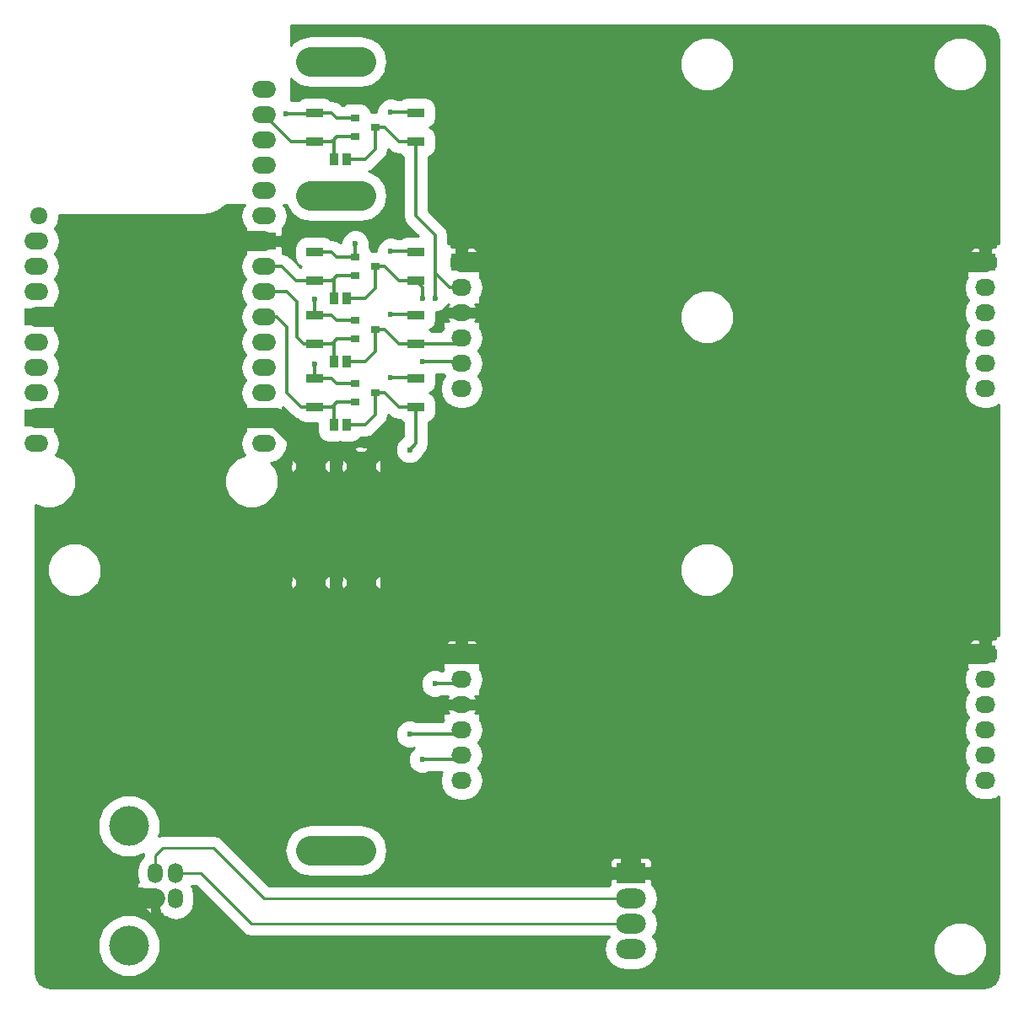
<source format=gtl>
G04 #@! TF.FileFunction,Copper,L1,Top,Signal*
%FSLAX46Y46*%
G04 Gerber Fmt 4.6, Leading zero omitted, Abs format (unit mm)*
G04 Created by KiCad (PCBNEW 4.0.4-stable) date 01/08/18 17:18:11*
%MOMM*%
%LPD*%
G01*
G04 APERTURE LIST*
%ADD10C,0.250000*%
%ADD11R,2.400000X1.700000*%
%ADD12O,2.400000X1.700000*%
%ADD13O,1.800000X1.700000*%
%ADD14O,2.032000X1.727200*%
%ADD15R,2.032000X1.727200*%
%ADD16C,2.800000*%
%ADD17R,0.900000X0.800000*%
%ADD18R,1.700000X0.900000*%
%ADD19R,0.970000X1.270000*%
%ADD20O,1.520000X2.000000*%
%ADD21C,4.000000*%
%ADD22O,3.000000X2.000000*%
%ADD23R,3.000000X2.000000*%
%ADD24C,0.600000*%
%ADD25C,3.000000*%
%ADD26C,0.300000*%
%ADD27C,2.000000*%
%ADD28C,0.254000*%
G04 APERTURE END LIST*
D10*
D11*
X97790000Y-104140000D03*
D12*
X97790000Y-101600000D03*
X97790000Y-99060000D03*
X97790000Y-96520000D03*
X97790000Y-93980000D03*
D13*
X75180000Y-83820000D03*
D12*
X97790000Y-91440000D03*
X74930000Y-86360000D03*
X97790000Y-88900000D03*
X74930000Y-88900000D03*
D11*
X97790000Y-86360000D03*
D12*
X74930000Y-91440000D03*
X97790000Y-83820000D03*
D11*
X74930000Y-93980000D03*
D12*
X97790000Y-81280000D03*
X74930000Y-96520000D03*
X97790000Y-78740000D03*
X74930000Y-99060000D03*
X97790000Y-76200000D03*
X74930000Y-101600000D03*
X97790000Y-73660000D03*
D11*
X74930000Y-104140000D03*
D12*
X97790000Y-71120000D03*
X74930000Y-106680000D03*
X97790000Y-106680000D03*
D14*
X117625000Y-101175000D03*
X117625000Y-98635000D03*
X117625000Y-96095000D03*
X117625000Y-93555000D03*
X117625000Y-91015000D03*
D15*
X117625000Y-88475000D03*
D16*
X102455980Y-68336160D03*
X107535980Y-68336160D03*
X102453440Y-81798160D03*
X107533440Y-81798160D03*
X102453440Y-108976160D03*
X107533440Y-108976160D03*
X102453440Y-120660160D03*
X107533440Y-120660160D03*
X102453440Y-147584160D03*
X107533440Y-147584160D03*
D14*
X117625000Y-140550000D03*
X117625000Y-138010000D03*
X117625000Y-135470000D03*
X117625000Y-132930000D03*
X117625000Y-130390000D03*
D15*
X117625000Y-127850000D03*
D14*
X170200000Y-101175000D03*
X170200000Y-98635000D03*
X170200000Y-96095000D03*
X170200000Y-93555000D03*
X170200000Y-91015000D03*
D15*
X170200000Y-88475000D03*
D14*
X170200000Y-140525000D03*
X170200000Y-137985000D03*
X170200000Y-135445000D03*
X170200000Y-132905000D03*
X170200000Y-130365000D03*
D15*
X170200000Y-127825000D03*
D17*
X106950000Y-100650000D03*
X106950000Y-102550000D03*
X108950000Y-101600000D03*
X106950000Y-94300000D03*
X106950000Y-96200000D03*
X108950000Y-95250000D03*
X106950000Y-87950000D03*
X106950000Y-89850000D03*
X108950000Y-88900000D03*
X106950000Y-73980000D03*
X106950000Y-75880000D03*
X108950000Y-74930000D03*
D18*
X102870000Y-100150000D03*
X102870000Y-103050000D03*
X102870000Y-93800000D03*
X102870000Y-96700000D03*
X102870000Y-87450000D03*
X102870000Y-90350000D03*
X102870000Y-73480000D03*
X102870000Y-76380000D03*
X113030000Y-100150000D03*
X113030000Y-103050000D03*
X113030000Y-93800000D03*
X113030000Y-96700000D03*
X113030000Y-87450000D03*
X113030000Y-90350000D03*
X113030000Y-73480000D03*
X113030000Y-76380000D03*
D19*
X104770000Y-98425000D03*
X106050000Y-98425000D03*
X104770000Y-92075000D03*
X106050000Y-92075000D03*
X104770000Y-104775000D03*
X106050000Y-104775000D03*
X104770000Y-78105000D03*
X106050000Y-78105000D03*
D20*
X88900000Y-149860000D03*
X88900000Y-152400000D03*
X86900000Y-152400000D03*
X86900000Y-149860000D03*
D21*
X84200000Y-145130000D03*
X84200000Y-157130000D03*
D22*
X134620000Y-157480000D03*
X134620000Y-154940000D03*
X134620000Y-152400000D03*
D23*
X134620000Y-149860000D03*
D24*
X110490000Y-73406000D03*
X110490000Y-100076000D03*
X110490000Y-93726000D03*
X110490000Y-87376000D03*
X113665000Y-98425000D03*
X113665000Y-138430000D03*
X113665000Y-92075000D03*
X114935000Y-130810000D03*
X114935000Y-92075000D03*
X106934000Y-86614000D03*
X102870000Y-98679000D03*
X102870000Y-92202000D03*
X99949000Y-73533000D03*
X112395000Y-135890000D03*
X112395000Y-107315000D03*
D25*
X102453440Y-147584160D02*
X107533440Y-147584160D01*
D26*
X113030000Y-73480000D02*
X112956000Y-73406000D01*
X112956000Y-73406000D02*
X110490000Y-73406000D01*
X113030000Y-100150000D02*
X112956000Y-100076000D01*
X112956000Y-100076000D02*
X110490000Y-100076000D01*
X113030000Y-93800000D02*
X112956000Y-93726000D01*
X112956000Y-93726000D02*
X110490000Y-93726000D01*
X113030000Y-87450000D02*
X112956000Y-87376000D01*
X112956000Y-87376000D02*
X110490000Y-87376000D01*
X113030000Y-73480000D02*
X112850000Y-73660000D01*
D25*
X102453440Y-81798160D02*
X107533440Y-81798160D01*
X102455980Y-68336160D02*
X107535980Y-68336160D01*
D27*
X86900000Y-152400000D02*
X80010000Y-152400000D01*
X85510000Y-127850000D02*
X104990000Y-127850000D01*
X77470000Y-135890000D02*
X85510000Y-127850000D01*
X77470000Y-149860000D02*
X77470000Y-135890000D01*
X80010000Y-152400000D02*
X77470000Y-149860000D01*
X134620000Y-127850000D02*
X134620000Y-149860000D01*
X154940000Y-88475000D02*
X154940000Y-127850000D01*
X154940000Y-127850000D02*
X154940000Y-127000000D01*
X154940000Y-127000000D02*
X154940000Y-127850000D01*
X117625000Y-88475000D02*
X154940000Y-88475000D01*
X154940000Y-88475000D02*
X170200000Y-88475000D01*
X121285000Y-127850000D02*
X134620000Y-127850000D01*
X134620000Y-127850000D02*
X154940000Y-127850000D01*
X154940000Y-127850000D02*
X170175000Y-127850000D01*
X170175000Y-127850000D02*
X170200000Y-127825000D01*
D26*
X117625000Y-88475000D02*
X119590000Y-88475000D01*
X120650000Y-89535000D02*
X120650000Y-92710000D01*
X119590000Y-88475000D02*
X120650000Y-89535000D01*
X117625000Y-132930000D02*
X119800000Y-132930000D01*
X121285000Y-131445000D02*
X121285000Y-127850000D01*
X119800000Y-132930000D02*
X121285000Y-131445000D01*
X117625000Y-93555000D02*
X119805000Y-93555000D01*
X119805000Y-93555000D02*
X120650000Y-92710000D01*
D27*
X97790000Y-104140000D02*
X99060000Y-104140000D01*
X102453440Y-107533440D02*
X102453440Y-108976160D01*
X99060000Y-104140000D02*
X102453440Y-107533440D01*
X92710000Y-104140000D02*
X92710000Y-113030000D01*
X95250000Y-115570000D02*
X102453440Y-115570000D01*
X92710000Y-113030000D02*
X95250000Y-115570000D01*
X85725000Y-90170000D02*
X85725000Y-104140000D01*
X74930000Y-104140000D02*
X85725000Y-104140000D01*
X85725000Y-104140000D02*
X92710000Y-104140000D01*
X92710000Y-104140000D02*
X97790000Y-104140000D01*
X74930000Y-93980000D02*
X81915000Y-93980000D01*
X89535000Y-86360000D02*
X97790000Y-86360000D01*
X81915000Y-93980000D02*
X85725000Y-90170000D01*
X85725000Y-90170000D02*
X89535000Y-86360000D01*
D25*
X107533440Y-108976160D02*
X107533440Y-120660160D01*
X102453440Y-108976160D02*
X102453440Y-115570000D01*
X102453440Y-115570000D02*
X102453440Y-120660160D01*
D27*
X102453440Y-120660160D02*
X102453440Y-125313440D01*
X104990000Y-127850000D02*
X111340000Y-127850000D01*
X102453440Y-125313440D02*
X104990000Y-127850000D01*
X117625000Y-127850000D02*
X121285000Y-127850000D01*
X117625000Y-127850000D02*
X111340000Y-127850000D01*
X107533440Y-124043440D02*
X107533440Y-120660160D01*
X111340000Y-127850000D02*
X107533440Y-124043440D01*
D26*
X117625000Y-132930000D02*
X117205000Y-133350000D01*
X108950000Y-88900000D02*
X108950000Y-91075000D01*
X107950000Y-92075000D02*
X106050000Y-92075000D01*
X108950000Y-91075000D02*
X107950000Y-92075000D01*
X117625000Y-98635000D02*
X117415000Y-98425000D01*
X117415000Y-98425000D02*
X113665000Y-98425000D01*
X113030000Y-90350000D02*
X113665000Y-90985000D01*
X113665000Y-138430000D02*
X117205000Y-138430000D01*
X113665000Y-90985000D02*
X113665000Y-92075000D01*
X117205000Y-138430000D02*
X117625000Y-138010000D01*
X117205000Y-138430000D02*
X117625000Y-138010000D01*
X117625000Y-138010000D02*
X117205000Y-138430000D01*
X108950000Y-88900000D02*
X109855000Y-88900000D01*
X109855000Y-88900000D02*
X111305000Y-90350000D01*
X111305000Y-90350000D02*
X113030000Y-90350000D01*
X108950000Y-74930000D02*
X108950000Y-77105000D01*
X107950000Y-78105000D02*
X106050000Y-78105000D01*
X108950000Y-77105000D02*
X107950000Y-78105000D01*
X114935000Y-89535000D02*
X114935000Y-92075000D01*
X114935000Y-130810000D02*
X117205000Y-130810000D01*
X117205000Y-130810000D02*
X117625000Y-130390000D01*
X113030000Y-76380000D02*
X113030000Y-83820000D01*
X116415000Y-91015000D02*
X117625000Y-91015000D01*
X114935000Y-89535000D02*
X116415000Y-91015000D01*
X114935000Y-85725000D02*
X114935000Y-89535000D01*
X113030000Y-83820000D02*
X114935000Y-85725000D01*
X108950000Y-74930000D02*
X109855000Y-74930000D01*
X111305000Y-76380000D02*
X113030000Y-76380000D01*
X109855000Y-74930000D02*
X111305000Y-76380000D01*
X106934000Y-87934000D02*
X106934000Y-86614000D01*
X106950000Y-87950000D02*
X106934000Y-87934000D01*
X102870000Y-100150000D02*
X102870000Y-98679000D01*
X102870000Y-93800000D02*
X102870000Y-92202000D01*
X102870000Y-73480000D02*
X102817000Y-73533000D01*
X102817000Y-73533000D02*
X99949000Y-73533000D01*
X102870000Y-73480000D02*
X104595000Y-73480000D01*
X104595000Y-73480000D02*
X105095000Y-73980000D01*
X105095000Y-73980000D02*
X106950000Y-73980000D01*
X102870000Y-100150000D02*
X104595000Y-100150000D01*
X105095000Y-100650000D02*
X106950000Y-100650000D01*
X104595000Y-100150000D02*
X105095000Y-100650000D01*
X102870000Y-93800000D02*
X104595000Y-93800000D01*
X105095000Y-94300000D02*
X106950000Y-94300000D01*
X104595000Y-93800000D02*
X105095000Y-94300000D01*
X102870000Y-87450000D02*
X104595000Y-87450000D01*
X105095000Y-87950000D02*
X106950000Y-87950000D01*
X104595000Y-87450000D02*
X105095000Y-87950000D01*
X104770000Y-92075000D02*
X104770000Y-90175000D01*
X104770000Y-90175000D02*
X104775000Y-90170000D01*
X104770000Y-92075000D02*
X104595000Y-92075000D01*
X97790000Y-88900000D02*
X99568000Y-88900000D01*
X101018000Y-90350000D02*
X102870000Y-90350000D01*
X99568000Y-88900000D02*
X101018000Y-90350000D01*
D10*
X102870000Y-90350000D02*
X102817000Y-90297000D01*
D26*
X102870000Y-90350000D02*
X104595000Y-90350000D01*
X104595000Y-90350000D02*
X104775000Y-90170000D01*
X105095000Y-89850000D02*
X106950000Y-89850000D01*
X104775000Y-90170000D02*
X105095000Y-89850000D01*
X104770000Y-78105000D02*
X104770000Y-76205000D01*
X104770000Y-76205000D02*
X104775000Y-76200000D01*
X102870000Y-76380000D02*
X103045000Y-76380000D01*
X102870000Y-76380000D02*
X100510000Y-76380000D01*
X100510000Y-76380000D02*
X97790000Y-73660000D01*
X102870000Y-76380000D02*
X104595000Y-76380000D01*
X104595000Y-76380000D02*
X104775000Y-76200000D01*
X105095000Y-75880000D02*
X106950000Y-75880000D01*
X104775000Y-76200000D02*
X105095000Y-75880000D01*
X108950000Y-95250000D02*
X108950000Y-97425000D01*
X107950000Y-98425000D02*
X106050000Y-98425000D01*
X108950000Y-97425000D02*
X107950000Y-98425000D01*
X113030000Y-96700000D02*
X117020000Y-96700000D01*
X117020000Y-96700000D02*
X117625000Y-96095000D01*
X108950000Y-95250000D02*
X109855000Y-95250000D01*
X111305000Y-96700000D02*
X113030000Y-96700000D01*
X109855000Y-95250000D02*
X111305000Y-96700000D01*
X108950000Y-101600000D02*
X108950000Y-103775000D01*
X107950000Y-104775000D02*
X106050000Y-104775000D01*
X108950000Y-103775000D02*
X107950000Y-104775000D01*
X113030000Y-103050000D02*
X113030000Y-106680000D01*
X112395000Y-135890000D02*
X117205000Y-135890000D01*
X113030000Y-106680000D02*
X112395000Y-107315000D01*
X117205000Y-135890000D02*
X117625000Y-135470000D01*
X108950000Y-101600000D02*
X109855000Y-101600000D01*
X111305000Y-103050000D02*
X113030000Y-103050000D01*
X109855000Y-101600000D02*
X111305000Y-103050000D01*
X104770000Y-98425000D02*
X104770000Y-96525000D01*
X104770000Y-96525000D02*
X104775000Y-96520000D01*
X97790000Y-91440000D02*
X100076000Y-91440000D01*
X101780000Y-96700000D02*
X102870000Y-96700000D01*
X101092000Y-96012000D02*
X101780000Y-96700000D01*
X101092000Y-92456000D02*
X101092000Y-96012000D01*
X100076000Y-91440000D02*
X101092000Y-92456000D01*
X102870000Y-96700000D02*
X104595000Y-96700000D01*
X105095000Y-96200000D02*
X106950000Y-96200000D01*
X104595000Y-96700000D02*
X104775000Y-96520000D01*
X104775000Y-96520000D02*
X105095000Y-96200000D01*
X104770000Y-104775000D02*
X104770000Y-102875000D01*
X104770000Y-102875000D02*
X104775000Y-102870000D01*
X97790000Y-93980000D02*
X99060000Y-93980000D01*
X101526000Y-103050000D02*
X102870000Y-103050000D01*
X100076000Y-101600000D02*
X101526000Y-103050000D01*
X100076000Y-94996000D02*
X100076000Y-101600000D01*
X99060000Y-93980000D02*
X100076000Y-94996000D01*
D10*
X102870000Y-103050000D02*
X102817000Y-102997000D01*
D26*
X102870000Y-103050000D02*
X104595000Y-103050000D01*
X105095000Y-102550000D02*
X106950000Y-102550000D01*
X104595000Y-103050000D02*
X104775000Y-102870000D01*
X104775000Y-102870000D02*
X105095000Y-102550000D01*
D10*
X88900000Y-149860000D02*
X91440000Y-149860000D01*
X96520000Y-154940000D02*
X134620000Y-154940000D01*
X91440000Y-149860000D02*
X96520000Y-154940000D01*
X86900000Y-149860000D02*
X86900000Y-148050000D01*
X97790000Y-152400000D02*
X134620000Y-152400000D01*
X92710000Y-147320000D02*
X97790000Y-152400000D01*
X87630000Y-147320000D02*
X92710000Y-147320000D01*
X86900000Y-148050000D02*
X87630000Y-147320000D01*
D28*
G36*
X170683019Y-64825605D02*
X171109457Y-65110543D01*
X171394395Y-65536981D01*
X171518000Y-66158388D01*
X171518000Y-86601998D01*
X171216000Y-86601998D01*
X171216000Y-86984400D01*
X170864750Y-86984400D01*
X170708000Y-87141150D01*
X170708000Y-88043200D01*
X171216000Y-88043200D01*
X171216000Y-88906800D01*
X170708000Y-88906800D01*
X170708000Y-89086782D01*
X170394384Y-89024400D01*
X170005616Y-89024400D01*
X169692000Y-89086782D01*
X169692000Y-88906800D01*
X168713750Y-88906800D01*
X168557000Y-89063550D01*
X168557000Y-89338600D01*
X168326998Y-89338600D01*
X168326998Y-89965600D01*
X168358729Y-89965600D01*
X168166541Y-90253230D01*
X168015016Y-91015000D01*
X168166541Y-91776770D01*
X168506130Y-92285000D01*
X168166541Y-92793230D01*
X168015016Y-93555000D01*
X168166541Y-94316770D01*
X168506130Y-94825000D01*
X168166541Y-95333230D01*
X168015016Y-96095000D01*
X168166541Y-96856770D01*
X168506130Y-97365000D01*
X168166541Y-97873230D01*
X168015016Y-98635000D01*
X168166541Y-99396770D01*
X168506130Y-99905000D01*
X168166541Y-100413230D01*
X168015016Y-101175000D01*
X168166541Y-101936770D01*
X168598049Y-102582567D01*
X169243846Y-103014075D01*
X170005616Y-103165600D01*
X170394384Y-103165600D01*
X171156154Y-103014075D01*
X171518000Y-102772297D01*
X171518000Y-125951998D01*
X171216000Y-125951998D01*
X171216000Y-126334400D01*
X170864750Y-126334400D01*
X170708000Y-126491150D01*
X170708000Y-127393200D01*
X171216000Y-127393200D01*
X171216000Y-128256800D01*
X170708000Y-128256800D01*
X170708000Y-128436782D01*
X170394384Y-128374400D01*
X170005616Y-128374400D01*
X169692000Y-128436782D01*
X169692000Y-128256800D01*
X168713750Y-128256800D01*
X168557000Y-128413550D01*
X168557000Y-128688600D01*
X168326998Y-128688600D01*
X168326998Y-129315600D01*
X168358729Y-129315600D01*
X168166541Y-129603230D01*
X168015016Y-130365000D01*
X168166541Y-131126770D01*
X168506130Y-131635000D01*
X168166541Y-132143230D01*
X168015016Y-132905000D01*
X168166541Y-133666770D01*
X168506130Y-134175000D01*
X168166541Y-134683230D01*
X168015016Y-135445000D01*
X168166541Y-136206770D01*
X168506130Y-136715000D01*
X168166541Y-137223230D01*
X168015016Y-137985000D01*
X168166541Y-138746770D01*
X168506130Y-139255000D01*
X168166541Y-139763230D01*
X168015016Y-140525000D01*
X168166541Y-141286770D01*
X168598049Y-141932567D01*
X169243846Y-142364075D01*
X170005616Y-142515600D01*
X170394384Y-142515600D01*
X171156154Y-142364075D01*
X171518000Y-142122297D01*
X171518000Y-159901612D01*
X171394395Y-160523019D01*
X171109457Y-160949457D01*
X170683019Y-161234395D01*
X170061613Y-161358000D01*
X76318388Y-161358000D01*
X75696981Y-161234395D01*
X75270543Y-160949457D01*
X74985605Y-160523019D01*
X74862000Y-159901613D01*
X74862000Y-157749270D01*
X81072458Y-157749270D01*
X81547512Y-158898989D01*
X82426384Y-159779396D01*
X83575272Y-160256456D01*
X84819270Y-160257542D01*
X85968989Y-159782488D01*
X86849396Y-158903616D01*
X87326456Y-157754728D01*
X87327542Y-156510730D01*
X86852488Y-155361011D01*
X85973616Y-154480604D01*
X84824728Y-154003544D01*
X83580730Y-154002458D01*
X82431011Y-154477512D01*
X81550604Y-155356384D01*
X81073544Y-156505272D01*
X81072458Y-157749270D01*
X74862000Y-157749270D01*
X74862000Y-153106318D01*
X85617824Y-153106318D01*
X85893876Y-153561489D01*
X86316006Y-153898062D01*
X86520000Y-153810092D01*
X86520000Y-152900000D01*
X85717412Y-152900000D01*
X85617824Y-153106318D01*
X74862000Y-153106318D01*
X74862000Y-145749270D01*
X81072458Y-145749270D01*
X81547512Y-146898989D01*
X82426384Y-147779396D01*
X83575272Y-148256456D01*
X84819270Y-148257542D01*
X85677232Y-147903039D01*
X85648000Y-148050000D01*
X85648000Y-148189022D01*
X85565690Y-148244020D01*
X85156639Y-148856206D01*
X85013000Y-149578330D01*
X85013000Y-150141670D01*
X85138579Y-150773000D01*
X85026998Y-150773000D01*
X85026998Y-151400000D01*
X85514922Y-151400000D01*
X85565690Y-151475980D01*
X85696747Y-151563550D01*
X85617824Y-151693682D01*
X85717412Y-151900000D01*
X86253130Y-151900000D01*
X86900000Y-152028670D01*
X87036224Y-152001573D01*
X87013000Y-152118330D01*
X87013000Y-152681670D01*
X87156639Y-153403794D01*
X87280000Y-153588416D01*
X87280000Y-153810092D01*
X87483994Y-153898062D01*
X87485890Y-153896551D01*
X87565690Y-154015980D01*
X87660000Y-154078996D01*
X87660000Y-154273002D01*
X87950349Y-154273002D01*
X88177876Y-154425031D01*
X88900000Y-154568670D01*
X89622124Y-154425031D01*
X90234310Y-154015980D01*
X90643361Y-153403794D01*
X90787000Y-152681670D01*
X90787000Y-152118330D01*
X90643361Y-151396206D01*
X90465487Y-151130000D01*
X90477514Y-151112000D01*
X90921404Y-151112000D01*
X95634702Y-155825298D01*
X96040880Y-156096697D01*
X96120372Y-156112509D01*
X96520000Y-156192001D01*
X96520005Y-156192000D01*
X132396126Y-156192000D01*
X132408153Y-156210000D01*
X132103442Y-156666032D01*
X131941534Y-157480000D01*
X132103442Y-158293968D01*
X132564518Y-158984016D01*
X133254566Y-159445092D01*
X134068534Y-159607000D01*
X135171466Y-159607000D01*
X135985434Y-159445092D01*
X136675482Y-158984016D01*
X137136558Y-158293968D01*
X137191042Y-158020054D01*
X164912528Y-158020054D01*
X165326814Y-159022703D01*
X166093262Y-159790490D01*
X167095186Y-160206526D01*
X168180054Y-160207472D01*
X169182703Y-159793186D01*
X169950490Y-159026738D01*
X170366526Y-158024814D01*
X170367472Y-156939946D01*
X169953186Y-155937297D01*
X169186738Y-155169510D01*
X168184814Y-154753474D01*
X167099946Y-154752528D01*
X166097297Y-155166814D01*
X165329510Y-155933262D01*
X164913474Y-156935186D01*
X164912528Y-158020054D01*
X137191042Y-158020054D01*
X137298466Y-157480000D01*
X137136558Y-156666032D01*
X136831847Y-156210000D01*
X137136558Y-155753968D01*
X137298466Y-154940000D01*
X137136558Y-154126032D01*
X136831847Y-153670000D01*
X137136558Y-153213968D01*
X137298466Y-152400000D01*
X137136558Y-151586032D01*
X136742321Y-150996015D01*
X136747000Y-150984718D01*
X136747000Y-150516750D01*
X136590250Y-150360000D01*
X135608845Y-150360000D01*
X135171466Y-150273000D01*
X134068534Y-150273000D01*
X133631155Y-150360000D01*
X132649750Y-150360000D01*
X132493000Y-150516750D01*
X132493000Y-150984718D01*
X132497679Y-150996015D01*
X132396126Y-151148000D01*
X98308596Y-151148000D01*
X94744756Y-147584160D01*
X99826440Y-147584160D01*
X100026408Y-148589469D01*
X100595870Y-149441730D01*
X101448131Y-150011192D01*
X102453440Y-150211160D01*
X107533440Y-150211160D01*
X108538749Y-150011192D01*
X109391010Y-149441730D01*
X109863042Y-148735282D01*
X132493000Y-148735282D01*
X132493000Y-149203250D01*
X132649750Y-149360000D01*
X133870000Y-149360000D01*
X133870000Y-148389750D01*
X135370000Y-148389750D01*
X135370000Y-149360000D01*
X136590250Y-149360000D01*
X136747000Y-149203250D01*
X136747000Y-148735282D01*
X136651545Y-148504833D01*
X136475167Y-148328455D01*
X136244718Y-148233000D01*
X135526750Y-148233000D01*
X135370000Y-148389750D01*
X133870000Y-148389750D01*
X133713250Y-148233000D01*
X132995282Y-148233000D01*
X132764833Y-148328455D01*
X132588455Y-148504833D01*
X132493000Y-148735282D01*
X109863042Y-148735282D01*
X109960472Y-148589469D01*
X110160440Y-147584160D01*
X109960472Y-146578851D01*
X109391010Y-145726590D01*
X108538749Y-145157128D01*
X107533440Y-144957160D01*
X102453440Y-144957160D01*
X101448131Y-145157128D01*
X100595870Y-145726590D01*
X100026408Y-146578851D01*
X99826440Y-147584160D01*
X94744756Y-147584160D01*
X93595298Y-146434702D01*
X93189120Y-146163303D01*
X92710000Y-146068000D01*
X87630005Y-146068000D01*
X87630000Y-146067999D01*
X87230372Y-146147491D01*
X87157334Y-146162019D01*
X87326456Y-145754728D01*
X87327542Y-144510730D01*
X86852488Y-143361011D01*
X85973616Y-142480604D01*
X84824728Y-142003544D01*
X83580730Y-142002458D01*
X82431011Y-142477512D01*
X81550604Y-143356384D01*
X81073544Y-144505272D01*
X81072458Y-145749270D01*
X74862000Y-145749270D01*
X74862000Y-136172603D01*
X110967752Y-136172603D01*
X111184543Y-136697275D01*
X111585614Y-137099047D01*
X112109907Y-137316752D01*
X112677603Y-137317248D01*
X112817935Y-137259264D01*
X112455953Y-137620614D01*
X112238248Y-138144907D01*
X112237752Y-138712603D01*
X112454543Y-139237275D01*
X112855614Y-139639047D01*
X113379907Y-139856752D01*
X113947603Y-139857248D01*
X114311229Y-139707000D01*
X115645817Y-139707000D01*
X115591541Y-139788230D01*
X115440016Y-140550000D01*
X115591541Y-141311770D01*
X116023049Y-141957567D01*
X116668846Y-142389075D01*
X117430616Y-142540600D01*
X117819384Y-142540600D01*
X118581154Y-142389075D01*
X119226951Y-141957567D01*
X119658459Y-141311770D01*
X119809984Y-140550000D01*
X119658459Y-139788230D01*
X119318870Y-139280000D01*
X119658459Y-138771770D01*
X119809984Y-138010000D01*
X119658459Y-137248230D01*
X119318870Y-136740000D01*
X119658459Y-136231770D01*
X119809984Y-135470000D01*
X119658459Y-134708230D01*
X119466271Y-134420600D01*
X119498002Y-134420600D01*
X119498002Y-133793600D01*
X118955842Y-133793600D01*
X119118974Y-133579667D01*
X119039424Y-133361800D01*
X118133000Y-133361800D01*
X118133000Y-133541782D01*
X117819384Y-133479400D01*
X117430616Y-133479400D01*
X117117000Y-133541782D01*
X117117000Y-133361800D01*
X116210576Y-133361800D01*
X116131026Y-133579667D01*
X116294158Y-133793600D01*
X115751998Y-133793600D01*
X115751998Y-134420600D01*
X115783730Y-134420600D01*
X115655172Y-134613000D01*
X113040737Y-134613000D01*
X112680093Y-134463248D01*
X112112397Y-134462752D01*
X111587725Y-134679543D01*
X111185953Y-135080614D01*
X110968248Y-135604907D01*
X110967752Y-136172603D01*
X74862000Y-136172603D01*
X74862000Y-131092603D01*
X113507752Y-131092603D01*
X113724543Y-131617275D01*
X114125614Y-132019047D01*
X114649907Y-132236752D01*
X115217603Y-132237248D01*
X115581229Y-132087000D01*
X116278450Y-132087000D01*
X116131026Y-132280333D01*
X116210576Y-132498200D01*
X117117000Y-132498200D01*
X117117000Y-132318218D01*
X117430616Y-132380600D01*
X117819384Y-132380600D01*
X118133000Y-132318218D01*
X118133000Y-132498200D01*
X119039424Y-132498200D01*
X119118974Y-132280333D01*
X118955842Y-132066400D01*
X119498002Y-132066400D01*
X119498002Y-131439400D01*
X119466271Y-131439400D01*
X119658459Y-131151770D01*
X119809984Y-130390000D01*
X119658459Y-129628230D01*
X119466271Y-129340600D01*
X119498002Y-129340600D01*
X119498002Y-128713600D01*
X119268000Y-128713600D01*
X119268000Y-128438550D01*
X119111250Y-128281800D01*
X118133000Y-128281800D01*
X118133000Y-128461782D01*
X117819384Y-128399400D01*
X117430616Y-128399400D01*
X117117000Y-128461782D01*
X117117000Y-128281800D01*
X116138750Y-128281800D01*
X115982000Y-128438550D01*
X115982000Y-128713600D01*
X115751998Y-128713600D01*
X115751998Y-129340600D01*
X115783730Y-129340600D01*
X115655172Y-129533000D01*
X115580737Y-129533000D01*
X115220093Y-129383248D01*
X114652397Y-129382752D01*
X114127725Y-129599543D01*
X113725953Y-130000614D01*
X113508248Y-130524907D01*
X113507752Y-131092603D01*
X74862000Y-131092603D01*
X74862000Y-126861682D01*
X115982000Y-126861682D01*
X115982000Y-127261450D01*
X116138750Y-127418200D01*
X117117000Y-127418200D01*
X117117000Y-126516150D01*
X118133000Y-126516150D01*
X118133000Y-127418200D01*
X119111250Y-127418200D01*
X119268000Y-127261450D01*
X119268000Y-126861682D01*
X119257645Y-126836682D01*
X168557000Y-126836682D01*
X168557000Y-127236450D01*
X168713750Y-127393200D01*
X169692000Y-127393200D01*
X169692000Y-126491150D01*
X169535250Y-126334400D01*
X169059282Y-126334400D01*
X168828833Y-126429855D01*
X168652455Y-126606233D01*
X168557000Y-126836682D01*
X119257645Y-126836682D01*
X119172545Y-126631233D01*
X118996167Y-126454855D01*
X118765718Y-126359400D01*
X118289750Y-126359400D01*
X118133000Y-126516150D01*
X117117000Y-126516150D01*
X116960250Y-126359400D01*
X116484282Y-126359400D01*
X116253833Y-126454855D01*
X116077455Y-126631233D01*
X115982000Y-126861682D01*
X74862000Y-126861682D01*
X74862000Y-122411707D01*
X101691842Y-122411707D01*
X101876771Y-122644787D01*
X102680151Y-122714399D01*
X103030109Y-122644787D01*
X103215038Y-122411707D01*
X106771842Y-122411707D01*
X106956771Y-122644787D01*
X107760151Y-122714399D01*
X108110109Y-122644787D01*
X108295038Y-122411707D01*
X107533440Y-121650109D01*
X106771842Y-122411707D01*
X103215038Y-122411707D01*
X102453440Y-121650109D01*
X101691842Y-122411707D01*
X74862000Y-122411707D01*
X74862000Y-119920054D01*
X76012528Y-119920054D01*
X76426814Y-120922703D01*
X77193262Y-121690490D01*
X78195186Y-122106526D01*
X79280054Y-122107472D01*
X80282703Y-121693186D01*
X81050490Y-120926738D01*
X81067044Y-120886871D01*
X100399201Y-120886871D01*
X100468813Y-121236829D01*
X100701893Y-121421758D01*
X101463491Y-120660160D01*
X103443389Y-120660160D01*
X104204987Y-121421758D01*
X104438067Y-121236829D01*
X104468390Y-120886871D01*
X105479201Y-120886871D01*
X105548813Y-121236829D01*
X105781893Y-121421758D01*
X106543491Y-120660160D01*
X108523389Y-120660160D01*
X109284987Y-121421758D01*
X109518067Y-121236829D01*
X109587679Y-120433449D01*
X109518067Y-120083491D01*
X109312075Y-119920054D01*
X139512528Y-119920054D01*
X139926814Y-120922703D01*
X140693262Y-121690490D01*
X141695186Y-122106526D01*
X142780054Y-122107472D01*
X143782703Y-121693186D01*
X144550490Y-120926738D01*
X144966526Y-119924814D01*
X144967472Y-118839946D01*
X144553186Y-117837297D01*
X143786738Y-117069510D01*
X142784814Y-116653474D01*
X141699946Y-116652528D01*
X140697297Y-117066814D01*
X139929510Y-117833262D01*
X139513474Y-118835186D01*
X139512528Y-119920054D01*
X109312075Y-119920054D01*
X109284987Y-119898562D01*
X108523389Y-120660160D01*
X106543491Y-120660160D01*
X105781893Y-119898562D01*
X105548813Y-120083491D01*
X105479201Y-120886871D01*
X104468390Y-120886871D01*
X104507679Y-120433449D01*
X104438067Y-120083491D01*
X104204987Y-119898562D01*
X103443389Y-120660160D01*
X101463491Y-120660160D01*
X100701893Y-119898562D01*
X100468813Y-120083491D01*
X100399201Y-120886871D01*
X81067044Y-120886871D01*
X81466526Y-119924814D01*
X81467412Y-118908613D01*
X101691842Y-118908613D01*
X102453440Y-119670211D01*
X103215038Y-118908613D01*
X106771842Y-118908613D01*
X107533440Y-119670211D01*
X108295038Y-118908613D01*
X108110109Y-118675533D01*
X107306729Y-118605921D01*
X106956771Y-118675533D01*
X106771842Y-118908613D01*
X103215038Y-118908613D01*
X103030109Y-118675533D01*
X102226729Y-118605921D01*
X101876771Y-118675533D01*
X101691842Y-118908613D01*
X81467412Y-118908613D01*
X81467472Y-118839946D01*
X81053186Y-117837297D01*
X80286738Y-117069510D01*
X79284814Y-116653474D01*
X78199946Y-116652528D01*
X77197297Y-117066814D01*
X76429510Y-117833262D01*
X76013474Y-118835186D01*
X76012528Y-119920054D01*
X74862000Y-119920054D01*
X74862000Y-112887166D01*
X75655186Y-113216526D01*
X76740054Y-113217472D01*
X77742703Y-112803186D01*
X78510490Y-112036738D01*
X78926526Y-111034814D01*
X78926530Y-111030054D01*
X93792528Y-111030054D01*
X94206814Y-112032703D01*
X94973262Y-112800490D01*
X95975186Y-113216526D01*
X97060054Y-113217472D01*
X98062703Y-112803186D01*
X98830490Y-112036738D01*
X99246526Y-111034814D01*
X99246793Y-110727707D01*
X101691842Y-110727707D01*
X101876771Y-110960787D01*
X102680151Y-111030399D01*
X103030109Y-110960787D01*
X103215038Y-110727707D01*
X106771842Y-110727707D01*
X106956771Y-110960787D01*
X107760151Y-111030399D01*
X108110109Y-110960787D01*
X108295038Y-110727707D01*
X107533440Y-109966109D01*
X106771842Y-110727707D01*
X103215038Y-110727707D01*
X102453440Y-109966109D01*
X101691842Y-110727707D01*
X99246793Y-110727707D01*
X99247472Y-109949946D01*
X98938787Y-109202871D01*
X100399201Y-109202871D01*
X100468813Y-109552829D01*
X100701893Y-109737758D01*
X101463491Y-108976160D01*
X103443389Y-108976160D01*
X104204987Y-109737758D01*
X104438067Y-109552829D01*
X104468390Y-109202871D01*
X105479201Y-109202871D01*
X105548813Y-109552829D01*
X105781893Y-109737758D01*
X106543491Y-108976160D01*
X108523389Y-108976160D01*
X109284987Y-109737758D01*
X109518067Y-109552829D01*
X109587679Y-108749449D01*
X109518067Y-108399491D01*
X109284987Y-108214562D01*
X108523389Y-108976160D01*
X106543491Y-108976160D01*
X105781893Y-108214562D01*
X105548813Y-108399491D01*
X105479201Y-109202871D01*
X104468390Y-109202871D01*
X104507679Y-108749449D01*
X104438067Y-108399491D01*
X104204987Y-108214562D01*
X103443389Y-108976160D01*
X101463491Y-108976160D01*
X100701893Y-108214562D01*
X100468813Y-108399491D01*
X100399201Y-109202871D01*
X98938787Y-109202871D01*
X98833186Y-108947297D01*
X98484118Y-108597619D01*
X98942154Y-108506510D01*
X99583539Y-108077950D01*
X100012099Y-107436565D01*
X100054258Y-107224613D01*
X101691842Y-107224613D01*
X102453440Y-107986211D01*
X103215038Y-107224613D01*
X106771842Y-107224613D01*
X107533440Y-107986211D01*
X108295038Y-107224613D01*
X108110109Y-106991533D01*
X107306729Y-106921921D01*
X106956771Y-106991533D01*
X106771842Y-107224613D01*
X103215038Y-107224613D01*
X103030109Y-106991533D01*
X102226729Y-106921921D01*
X101876771Y-106991533D01*
X101691842Y-107224613D01*
X100054258Y-107224613D01*
X100162589Y-106680000D01*
X100012099Y-105923435D01*
X99663002Y-105400975D01*
X99663002Y-104990000D01*
X99617000Y-104990000D01*
X99617000Y-104721750D01*
X99460250Y-104565000D01*
X98390000Y-104565000D01*
X98390000Y-104743660D01*
X98185589Y-104703000D01*
X97394411Y-104703000D01*
X97190000Y-104743660D01*
X97190000Y-104565000D01*
X96119750Y-104565000D01*
X95963000Y-104721750D01*
X95963000Y-104990000D01*
X95916998Y-104990000D01*
X95916998Y-105400975D01*
X95567901Y-105923435D01*
X95417411Y-106680000D01*
X95567901Y-107436565D01*
X95827728Y-107825423D01*
X94977297Y-108176814D01*
X94209510Y-108943262D01*
X93793474Y-109945186D01*
X93792528Y-111030054D01*
X78926530Y-111030054D01*
X78927472Y-109949946D01*
X78513186Y-108947297D01*
X77746738Y-108179510D01*
X76892648Y-107824860D01*
X77152099Y-107436565D01*
X77302589Y-106680000D01*
X77152099Y-105923435D01*
X76803002Y-105400975D01*
X76803002Y-104990000D01*
X76757000Y-104990000D01*
X76757000Y-104721750D01*
X76600250Y-104565000D01*
X75530000Y-104565000D01*
X75530000Y-104743660D01*
X75325589Y-104703000D01*
X74862000Y-104703000D01*
X74862000Y-103577000D01*
X75325589Y-103577000D01*
X75530000Y-103536340D01*
X75530000Y-103715000D01*
X76600250Y-103715000D01*
X76757000Y-103558250D01*
X76757000Y-103290000D01*
X76803002Y-103290000D01*
X76803002Y-102879025D01*
X77152099Y-102356565D01*
X77302589Y-101600000D01*
X77152099Y-100843435D01*
X76809033Y-100330000D01*
X77152099Y-99816565D01*
X77302589Y-99060000D01*
X77152099Y-98303435D01*
X76809033Y-97790000D01*
X77152099Y-97276565D01*
X77302589Y-96520000D01*
X77152099Y-95763435D01*
X76803002Y-95240975D01*
X76803002Y-94830000D01*
X76757000Y-94830000D01*
X76757000Y-94561750D01*
X76600250Y-94405000D01*
X75530000Y-94405000D01*
X75530000Y-94583660D01*
X75325589Y-94543000D01*
X74862000Y-94543000D01*
X74862000Y-93417000D01*
X75325589Y-93417000D01*
X75530000Y-93376340D01*
X75530000Y-93555000D01*
X76600250Y-93555000D01*
X76757000Y-93398250D01*
X76757000Y-93130000D01*
X76803002Y-93130000D01*
X76803002Y-92719025D01*
X77152099Y-92196565D01*
X77302589Y-91440000D01*
X77152099Y-90683435D01*
X76809033Y-90170000D01*
X77152099Y-89656565D01*
X77302589Y-88900000D01*
X77152099Y-88143435D01*
X76809033Y-87630000D01*
X77152099Y-87116565D01*
X77302589Y-86360000D01*
X77152099Y-85603435D01*
X76781094Y-85048186D01*
X77096221Y-84576565D01*
X77246711Y-83820000D01*
X77233185Y-83752000D01*
X91440000Y-83752000D01*
X91556111Y-83728904D01*
X91674499Y-83728904D01*
X92646515Y-83535558D01*
X92973919Y-83399942D01*
X93079812Y-83356080D01*
X93903847Y-82805477D01*
X94032324Y-82677000D01*
X95826108Y-82677000D01*
X95567901Y-83063435D01*
X95417411Y-83820000D01*
X95567901Y-84576565D01*
X95916998Y-85099025D01*
X95916998Y-85510000D01*
X95963000Y-85510000D01*
X95963000Y-85778250D01*
X96119750Y-85935000D01*
X97190000Y-85935000D01*
X97190000Y-85756340D01*
X97394411Y-85797000D01*
X98185589Y-85797000D01*
X98390000Y-85756340D01*
X98390000Y-85935000D01*
X99460250Y-85935000D01*
X99617000Y-85778250D01*
X99617000Y-85510000D01*
X99663002Y-85510000D01*
X99663002Y-85099025D01*
X100012099Y-84576565D01*
X100162589Y-83820000D01*
X100012099Y-83063435D01*
X99753892Y-82677000D01*
X100001252Y-82677000D01*
X100026408Y-82803469D01*
X100595870Y-83655730D01*
X101448131Y-84225192D01*
X102453440Y-84425160D01*
X107533440Y-84425160D01*
X108538749Y-84225192D01*
X109391010Y-83655730D01*
X109960472Y-82803469D01*
X110160440Y-81798160D01*
X109960472Y-80792851D01*
X109391010Y-79940590D01*
X108538749Y-79371128D01*
X108271703Y-79318009D01*
X108438687Y-79284794D01*
X108852975Y-79007975D01*
X109852976Y-78007975D01*
X110129795Y-77593686D01*
X110226510Y-77107461D01*
X110402025Y-77282976D01*
X110650373Y-77448916D01*
X110816313Y-77559794D01*
X111305000Y-77657000D01*
X111394063Y-77657000D01*
X111732944Y-77888548D01*
X111753000Y-77892609D01*
X111753000Y-83820000D01*
X111850206Y-84308687D01*
X112029197Y-84576565D01*
X112127025Y-84722975D01*
X113254971Y-85850921D01*
X112180000Y-85850921D01*
X111762359Y-85929506D01*
X111498957Y-86099000D01*
X111135737Y-86099000D01*
X110775093Y-85949248D01*
X110207397Y-85948752D01*
X109682725Y-86165543D01*
X109280953Y-86566614D01*
X109063248Y-87090907D01*
X109063021Y-87350921D01*
X108511619Y-87350921D01*
X108470494Y-87132359D01*
X108344922Y-86937215D01*
X108360752Y-86899093D01*
X108361248Y-86331397D01*
X108144457Y-85806725D01*
X107743386Y-85404953D01*
X107219093Y-85187248D01*
X106651397Y-85186752D01*
X106126725Y-85403543D01*
X105724953Y-85804614D01*
X105507248Y-86328907D01*
X105507050Y-86556099D01*
X105497975Y-86547025D01*
X105279315Y-86400921D01*
X105083687Y-86270206D01*
X104595000Y-86173000D01*
X104505937Y-86173000D01*
X104167056Y-85941452D01*
X103720000Y-85850921D01*
X102020000Y-85850921D01*
X101602359Y-85929506D01*
X101218781Y-86176331D01*
X100961452Y-86552944D01*
X100870921Y-87000000D01*
X100870921Y-87900000D01*
X100949506Y-88317641D01*
X101196331Y-88701219D01*
X101489949Y-88901840D01*
X101420487Y-88946537D01*
X100470975Y-87997025D01*
X100383666Y-87938687D01*
X100056687Y-87720206D01*
X99679125Y-87645104D01*
X99663002Y-87620974D01*
X99663002Y-87210000D01*
X99617000Y-87210000D01*
X99617000Y-86941750D01*
X99460250Y-86785000D01*
X98390000Y-86785000D01*
X98390000Y-86963660D01*
X98185589Y-86923000D01*
X97394411Y-86923000D01*
X97190000Y-86963660D01*
X97190000Y-86785000D01*
X96119750Y-86785000D01*
X95963000Y-86941750D01*
X95963000Y-87210000D01*
X95916998Y-87210000D01*
X95916998Y-87620975D01*
X95567901Y-88143435D01*
X95417411Y-88900000D01*
X95567901Y-89656565D01*
X95910967Y-90170000D01*
X95567901Y-90683435D01*
X95417411Y-91440000D01*
X95567901Y-92196565D01*
X95910967Y-92710000D01*
X95567901Y-93223435D01*
X95417411Y-93980000D01*
X95567901Y-94736565D01*
X95910967Y-95250000D01*
X95567901Y-95763435D01*
X95417411Y-96520000D01*
X95567901Y-97276565D01*
X95910967Y-97790000D01*
X95567901Y-98303435D01*
X95417411Y-99060000D01*
X95567901Y-99816565D01*
X95910967Y-100330000D01*
X95567901Y-100843435D01*
X95417411Y-101600000D01*
X95567901Y-102356565D01*
X95916998Y-102879025D01*
X95916998Y-103290000D01*
X95963000Y-103290000D01*
X95963000Y-103558250D01*
X96119750Y-103715000D01*
X97190000Y-103715000D01*
X97190000Y-103536340D01*
X97394411Y-103577000D01*
X98185589Y-103577000D01*
X98390000Y-103536340D01*
X98390000Y-103715000D01*
X99460250Y-103715000D01*
X99617000Y-103558250D01*
X99617000Y-103290000D01*
X99663002Y-103290000D01*
X99663002Y-102992953D01*
X100623025Y-103952976D01*
X100871373Y-104118916D01*
X101037313Y-104229794D01*
X101166965Y-104255584D01*
X101196331Y-104301219D01*
X101572944Y-104558548D01*
X102020000Y-104649079D01*
X103135921Y-104649079D01*
X103135921Y-105410000D01*
X103214506Y-105827641D01*
X103461331Y-106211219D01*
X103837944Y-106468548D01*
X104285000Y-106559079D01*
X105255000Y-106559079D01*
X105415690Y-106528843D01*
X105565000Y-106559079D01*
X106535000Y-106559079D01*
X106952641Y-106480494D01*
X107336219Y-106233669D01*
X107460348Y-106052000D01*
X107950000Y-106052000D01*
X108438687Y-105954794D01*
X108852975Y-105677975D01*
X109852976Y-104677975D01*
X110129795Y-104263686D01*
X110226510Y-103777461D01*
X110402025Y-103952976D01*
X110650373Y-104118916D01*
X110816313Y-104229794D01*
X111305000Y-104327000D01*
X111394063Y-104327000D01*
X111732944Y-104558548D01*
X111753000Y-104562609D01*
X111753000Y-106036252D01*
X111587725Y-106104543D01*
X111185953Y-106505614D01*
X110968248Y-107029907D01*
X110967752Y-107597603D01*
X111184543Y-108122275D01*
X111585614Y-108524047D01*
X112109907Y-108741752D01*
X112677603Y-108742248D01*
X113202275Y-108525457D01*
X113604047Y-108124386D01*
X113754928Y-107761022D01*
X113932976Y-107582975D01*
X114209795Y-107168686D01*
X114307000Y-106680000D01*
X114307000Y-104564472D01*
X114681219Y-104323669D01*
X114938548Y-103947056D01*
X115029079Y-103500000D01*
X115029079Y-102600000D01*
X114950494Y-102182359D01*
X114703669Y-101798781D01*
X114410051Y-101598160D01*
X114681219Y-101423669D01*
X114938548Y-101047056D01*
X115029079Y-100600000D01*
X115029079Y-99702000D01*
X115795489Y-99702000D01*
X115931130Y-99905000D01*
X115591541Y-100413230D01*
X115440016Y-101175000D01*
X115591541Y-101936770D01*
X116023049Y-102582567D01*
X116668846Y-103014075D01*
X117430616Y-103165600D01*
X117819384Y-103165600D01*
X118581154Y-103014075D01*
X119226951Y-102582567D01*
X119658459Y-101936770D01*
X119809984Y-101175000D01*
X119658459Y-100413230D01*
X119318870Y-99905000D01*
X119658459Y-99396770D01*
X119809984Y-98635000D01*
X119658459Y-97873230D01*
X119318870Y-97365000D01*
X119658459Y-96856770D01*
X119809984Y-96095000D01*
X119658459Y-95333230D01*
X119466271Y-95045600D01*
X119498002Y-95045600D01*
X119498002Y-94520054D01*
X139512528Y-94520054D01*
X139926814Y-95522703D01*
X140693262Y-96290490D01*
X141695186Y-96706526D01*
X142780054Y-96707472D01*
X143782703Y-96293186D01*
X144550490Y-95526738D01*
X144966526Y-94524814D01*
X144967472Y-93439946D01*
X144553186Y-92437297D01*
X143786738Y-91669510D01*
X142784814Y-91253474D01*
X141699946Y-91252528D01*
X140697297Y-91666814D01*
X139929510Y-92433262D01*
X139513474Y-93435186D01*
X139512528Y-94520054D01*
X119498002Y-94520054D01*
X119498002Y-94418600D01*
X118955842Y-94418600D01*
X119118974Y-94204667D01*
X119039424Y-93986800D01*
X118133000Y-93986800D01*
X118133000Y-94166782D01*
X117819384Y-94104400D01*
X117430616Y-94104400D01*
X117117000Y-94166782D01*
X117117000Y-93986800D01*
X116210576Y-93986800D01*
X116131026Y-94204667D01*
X116294158Y-94418600D01*
X115751998Y-94418600D01*
X115751998Y-95045600D01*
X115783729Y-95045600D01*
X115591541Y-95333230D01*
X115573685Y-95423000D01*
X114665937Y-95423000D01*
X114410051Y-95248160D01*
X114681219Y-95073669D01*
X114938548Y-94697056D01*
X115029079Y-94250000D01*
X115029079Y-93502083D01*
X115217603Y-93502248D01*
X115742275Y-93285457D01*
X116144047Y-92884386D01*
X116224181Y-92691400D01*
X116294158Y-92691400D01*
X116131026Y-92905333D01*
X116210576Y-93123200D01*
X117117000Y-93123200D01*
X117117000Y-92943218D01*
X117430616Y-93005600D01*
X117819384Y-93005600D01*
X118133000Y-92943218D01*
X118133000Y-93123200D01*
X119039424Y-93123200D01*
X119118974Y-92905333D01*
X118955842Y-92691400D01*
X119498002Y-92691400D01*
X119498002Y-92064400D01*
X119466271Y-92064400D01*
X119658459Y-91776770D01*
X119809984Y-91015000D01*
X119658459Y-90253230D01*
X119466271Y-89965600D01*
X119498002Y-89965600D01*
X119498002Y-89338600D01*
X119268000Y-89338600D01*
X119268000Y-89063550D01*
X119111250Y-88906800D01*
X118133000Y-88906800D01*
X118133000Y-89086782D01*
X117819384Y-89024400D01*
X117430616Y-89024400D01*
X117117000Y-89086782D01*
X117117000Y-88906800D01*
X116609000Y-88906800D01*
X116609000Y-88043200D01*
X117117000Y-88043200D01*
X117117000Y-87141150D01*
X118133000Y-87141150D01*
X118133000Y-88043200D01*
X119111250Y-88043200D01*
X119268000Y-87886450D01*
X119268000Y-87486682D01*
X168557000Y-87486682D01*
X168557000Y-87886450D01*
X168713750Y-88043200D01*
X169692000Y-88043200D01*
X169692000Y-87141150D01*
X169535250Y-86984400D01*
X169059282Y-86984400D01*
X168828833Y-87079855D01*
X168652455Y-87256233D01*
X168557000Y-87486682D01*
X119268000Y-87486682D01*
X119172545Y-87256233D01*
X118996167Y-87079855D01*
X118765718Y-86984400D01*
X118289750Y-86984400D01*
X118133000Y-87141150D01*
X117117000Y-87141150D01*
X116960250Y-86984400D01*
X116609000Y-86984400D01*
X116609000Y-86601998D01*
X116212000Y-86601998D01*
X116212000Y-85725000D01*
X116114794Y-85236313D01*
X115837975Y-84822025D01*
X114307000Y-83291050D01*
X114307000Y-77894472D01*
X114681219Y-77653669D01*
X114938548Y-77277056D01*
X115029079Y-76830000D01*
X115029079Y-75930000D01*
X114950494Y-75512359D01*
X114703669Y-75128781D01*
X114410051Y-74928160D01*
X114681219Y-74753669D01*
X114938548Y-74377056D01*
X115029079Y-73930000D01*
X115029079Y-73030000D01*
X114950494Y-72612359D01*
X114703669Y-72228781D01*
X114327056Y-71971452D01*
X113880000Y-71880921D01*
X112180000Y-71880921D01*
X111762359Y-71959506D01*
X111498957Y-72129000D01*
X111135737Y-72129000D01*
X110775093Y-71979248D01*
X110207397Y-71978752D01*
X109682725Y-72195543D01*
X109280953Y-72596614D01*
X109063248Y-73120907D01*
X109063021Y-73380921D01*
X108511619Y-73380921D01*
X108470494Y-73162359D01*
X108223669Y-72778781D01*
X107847056Y-72521452D01*
X107400000Y-72430921D01*
X106500000Y-72430921D01*
X106082359Y-72509506D01*
X105781660Y-72703000D01*
X105623950Y-72703000D01*
X105497975Y-72577025D01*
X105207598Y-72383001D01*
X105083687Y-72300206D01*
X104595000Y-72203000D01*
X104505937Y-72203000D01*
X104167056Y-71971452D01*
X103720000Y-71880921D01*
X102020000Y-71880921D01*
X101602359Y-71959506D01*
X101218781Y-72206331D01*
X101184844Y-72256000D01*
X100594737Y-72256000D01*
X100457000Y-72198807D01*
X100457000Y-69982095D01*
X100598410Y-70193730D01*
X101450671Y-70763192D01*
X102455980Y-70963160D01*
X107535980Y-70963160D01*
X108541289Y-70763192D01*
X109393550Y-70193730D01*
X109963012Y-69341469D01*
X110007054Y-69120054D01*
X139512528Y-69120054D01*
X139926814Y-70122703D01*
X140693262Y-70890490D01*
X141695186Y-71306526D01*
X142780054Y-71307472D01*
X143782703Y-70893186D01*
X144550490Y-70126738D01*
X144966526Y-69124814D01*
X144966530Y-69120054D01*
X164912528Y-69120054D01*
X165326814Y-70122703D01*
X166093262Y-70890490D01*
X167095186Y-71306526D01*
X168180054Y-71307472D01*
X169182703Y-70893186D01*
X169950490Y-70126738D01*
X170366526Y-69124814D01*
X170367472Y-68039946D01*
X169953186Y-67037297D01*
X169186738Y-66269510D01*
X168184814Y-65853474D01*
X167099946Y-65852528D01*
X166097297Y-66266814D01*
X165329510Y-67033262D01*
X164913474Y-68035186D01*
X164912528Y-69120054D01*
X144966530Y-69120054D01*
X144967472Y-68039946D01*
X144553186Y-67037297D01*
X143786738Y-66269510D01*
X142784814Y-65853474D01*
X141699946Y-65852528D01*
X140697297Y-66266814D01*
X139929510Y-67033262D01*
X139513474Y-68035186D01*
X139512528Y-69120054D01*
X110007054Y-69120054D01*
X110162980Y-68336160D01*
X109963012Y-67330851D01*
X109393550Y-66478590D01*
X108541289Y-65909128D01*
X107535980Y-65709160D01*
X102455980Y-65709160D01*
X101450671Y-65909128D01*
X100598410Y-66478590D01*
X100457000Y-66690225D01*
X100457000Y-64702000D01*
X170061613Y-64702000D01*
X170683019Y-64825605D01*
X170683019Y-64825605D01*
G37*
X170683019Y-64825605D02*
X171109457Y-65110543D01*
X171394395Y-65536981D01*
X171518000Y-66158388D01*
X171518000Y-86601998D01*
X171216000Y-86601998D01*
X171216000Y-86984400D01*
X170864750Y-86984400D01*
X170708000Y-87141150D01*
X170708000Y-88043200D01*
X171216000Y-88043200D01*
X171216000Y-88906800D01*
X170708000Y-88906800D01*
X170708000Y-89086782D01*
X170394384Y-89024400D01*
X170005616Y-89024400D01*
X169692000Y-89086782D01*
X169692000Y-88906800D01*
X168713750Y-88906800D01*
X168557000Y-89063550D01*
X168557000Y-89338600D01*
X168326998Y-89338600D01*
X168326998Y-89965600D01*
X168358729Y-89965600D01*
X168166541Y-90253230D01*
X168015016Y-91015000D01*
X168166541Y-91776770D01*
X168506130Y-92285000D01*
X168166541Y-92793230D01*
X168015016Y-93555000D01*
X168166541Y-94316770D01*
X168506130Y-94825000D01*
X168166541Y-95333230D01*
X168015016Y-96095000D01*
X168166541Y-96856770D01*
X168506130Y-97365000D01*
X168166541Y-97873230D01*
X168015016Y-98635000D01*
X168166541Y-99396770D01*
X168506130Y-99905000D01*
X168166541Y-100413230D01*
X168015016Y-101175000D01*
X168166541Y-101936770D01*
X168598049Y-102582567D01*
X169243846Y-103014075D01*
X170005616Y-103165600D01*
X170394384Y-103165600D01*
X171156154Y-103014075D01*
X171518000Y-102772297D01*
X171518000Y-125951998D01*
X171216000Y-125951998D01*
X171216000Y-126334400D01*
X170864750Y-126334400D01*
X170708000Y-126491150D01*
X170708000Y-127393200D01*
X171216000Y-127393200D01*
X171216000Y-128256800D01*
X170708000Y-128256800D01*
X170708000Y-128436782D01*
X170394384Y-128374400D01*
X170005616Y-128374400D01*
X169692000Y-128436782D01*
X169692000Y-128256800D01*
X168713750Y-128256800D01*
X168557000Y-128413550D01*
X168557000Y-128688600D01*
X168326998Y-128688600D01*
X168326998Y-129315600D01*
X168358729Y-129315600D01*
X168166541Y-129603230D01*
X168015016Y-130365000D01*
X168166541Y-131126770D01*
X168506130Y-131635000D01*
X168166541Y-132143230D01*
X168015016Y-132905000D01*
X168166541Y-133666770D01*
X168506130Y-134175000D01*
X168166541Y-134683230D01*
X168015016Y-135445000D01*
X168166541Y-136206770D01*
X168506130Y-136715000D01*
X168166541Y-137223230D01*
X168015016Y-137985000D01*
X168166541Y-138746770D01*
X168506130Y-139255000D01*
X168166541Y-139763230D01*
X168015016Y-140525000D01*
X168166541Y-141286770D01*
X168598049Y-141932567D01*
X169243846Y-142364075D01*
X170005616Y-142515600D01*
X170394384Y-142515600D01*
X171156154Y-142364075D01*
X171518000Y-142122297D01*
X171518000Y-159901612D01*
X171394395Y-160523019D01*
X171109457Y-160949457D01*
X170683019Y-161234395D01*
X170061613Y-161358000D01*
X76318388Y-161358000D01*
X75696981Y-161234395D01*
X75270543Y-160949457D01*
X74985605Y-160523019D01*
X74862000Y-159901613D01*
X74862000Y-157749270D01*
X81072458Y-157749270D01*
X81547512Y-158898989D01*
X82426384Y-159779396D01*
X83575272Y-160256456D01*
X84819270Y-160257542D01*
X85968989Y-159782488D01*
X86849396Y-158903616D01*
X87326456Y-157754728D01*
X87327542Y-156510730D01*
X86852488Y-155361011D01*
X85973616Y-154480604D01*
X84824728Y-154003544D01*
X83580730Y-154002458D01*
X82431011Y-154477512D01*
X81550604Y-155356384D01*
X81073544Y-156505272D01*
X81072458Y-157749270D01*
X74862000Y-157749270D01*
X74862000Y-153106318D01*
X85617824Y-153106318D01*
X85893876Y-153561489D01*
X86316006Y-153898062D01*
X86520000Y-153810092D01*
X86520000Y-152900000D01*
X85717412Y-152900000D01*
X85617824Y-153106318D01*
X74862000Y-153106318D01*
X74862000Y-145749270D01*
X81072458Y-145749270D01*
X81547512Y-146898989D01*
X82426384Y-147779396D01*
X83575272Y-148256456D01*
X84819270Y-148257542D01*
X85677232Y-147903039D01*
X85648000Y-148050000D01*
X85648000Y-148189022D01*
X85565690Y-148244020D01*
X85156639Y-148856206D01*
X85013000Y-149578330D01*
X85013000Y-150141670D01*
X85138579Y-150773000D01*
X85026998Y-150773000D01*
X85026998Y-151400000D01*
X85514922Y-151400000D01*
X85565690Y-151475980D01*
X85696747Y-151563550D01*
X85617824Y-151693682D01*
X85717412Y-151900000D01*
X86253130Y-151900000D01*
X86900000Y-152028670D01*
X87036224Y-152001573D01*
X87013000Y-152118330D01*
X87013000Y-152681670D01*
X87156639Y-153403794D01*
X87280000Y-153588416D01*
X87280000Y-153810092D01*
X87483994Y-153898062D01*
X87485890Y-153896551D01*
X87565690Y-154015980D01*
X87660000Y-154078996D01*
X87660000Y-154273002D01*
X87950349Y-154273002D01*
X88177876Y-154425031D01*
X88900000Y-154568670D01*
X89622124Y-154425031D01*
X90234310Y-154015980D01*
X90643361Y-153403794D01*
X90787000Y-152681670D01*
X90787000Y-152118330D01*
X90643361Y-151396206D01*
X90465487Y-151130000D01*
X90477514Y-151112000D01*
X90921404Y-151112000D01*
X95634702Y-155825298D01*
X96040880Y-156096697D01*
X96120372Y-156112509D01*
X96520000Y-156192001D01*
X96520005Y-156192000D01*
X132396126Y-156192000D01*
X132408153Y-156210000D01*
X132103442Y-156666032D01*
X131941534Y-157480000D01*
X132103442Y-158293968D01*
X132564518Y-158984016D01*
X133254566Y-159445092D01*
X134068534Y-159607000D01*
X135171466Y-159607000D01*
X135985434Y-159445092D01*
X136675482Y-158984016D01*
X137136558Y-158293968D01*
X137191042Y-158020054D01*
X164912528Y-158020054D01*
X165326814Y-159022703D01*
X166093262Y-159790490D01*
X167095186Y-160206526D01*
X168180054Y-160207472D01*
X169182703Y-159793186D01*
X169950490Y-159026738D01*
X170366526Y-158024814D01*
X170367472Y-156939946D01*
X169953186Y-155937297D01*
X169186738Y-155169510D01*
X168184814Y-154753474D01*
X167099946Y-154752528D01*
X166097297Y-155166814D01*
X165329510Y-155933262D01*
X164913474Y-156935186D01*
X164912528Y-158020054D01*
X137191042Y-158020054D01*
X137298466Y-157480000D01*
X137136558Y-156666032D01*
X136831847Y-156210000D01*
X137136558Y-155753968D01*
X137298466Y-154940000D01*
X137136558Y-154126032D01*
X136831847Y-153670000D01*
X137136558Y-153213968D01*
X137298466Y-152400000D01*
X137136558Y-151586032D01*
X136742321Y-150996015D01*
X136747000Y-150984718D01*
X136747000Y-150516750D01*
X136590250Y-150360000D01*
X135608845Y-150360000D01*
X135171466Y-150273000D01*
X134068534Y-150273000D01*
X133631155Y-150360000D01*
X132649750Y-150360000D01*
X132493000Y-150516750D01*
X132493000Y-150984718D01*
X132497679Y-150996015D01*
X132396126Y-151148000D01*
X98308596Y-151148000D01*
X94744756Y-147584160D01*
X99826440Y-147584160D01*
X100026408Y-148589469D01*
X100595870Y-149441730D01*
X101448131Y-150011192D01*
X102453440Y-150211160D01*
X107533440Y-150211160D01*
X108538749Y-150011192D01*
X109391010Y-149441730D01*
X109863042Y-148735282D01*
X132493000Y-148735282D01*
X132493000Y-149203250D01*
X132649750Y-149360000D01*
X133870000Y-149360000D01*
X133870000Y-148389750D01*
X135370000Y-148389750D01*
X135370000Y-149360000D01*
X136590250Y-149360000D01*
X136747000Y-149203250D01*
X136747000Y-148735282D01*
X136651545Y-148504833D01*
X136475167Y-148328455D01*
X136244718Y-148233000D01*
X135526750Y-148233000D01*
X135370000Y-148389750D01*
X133870000Y-148389750D01*
X133713250Y-148233000D01*
X132995282Y-148233000D01*
X132764833Y-148328455D01*
X132588455Y-148504833D01*
X132493000Y-148735282D01*
X109863042Y-148735282D01*
X109960472Y-148589469D01*
X110160440Y-147584160D01*
X109960472Y-146578851D01*
X109391010Y-145726590D01*
X108538749Y-145157128D01*
X107533440Y-144957160D01*
X102453440Y-144957160D01*
X101448131Y-145157128D01*
X100595870Y-145726590D01*
X100026408Y-146578851D01*
X99826440Y-147584160D01*
X94744756Y-147584160D01*
X93595298Y-146434702D01*
X93189120Y-146163303D01*
X92710000Y-146068000D01*
X87630005Y-146068000D01*
X87630000Y-146067999D01*
X87230372Y-146147491D01*
X87157334Y-146162019D01*
X87326456Y-145754728D01*
X87327542Y-144510730D01*
X86852488Y-143361011D01*
X85973616Y-142480604D01*
X84824728Y-142003544D01*
X83580730Y-142002458D01*
X82431011Y-142477512D01*
X81550604Y-143356384D01*
X81073544Y-144505272D01*
X81072458Y-145749270D01*
X74862000Y-145749270D01*
X74862000Y-136172603D01*
X110967752Y-136172603D01*
X111184543Y-136697275D01*
X111585614Y-137099047D01*
X112109907Y-137316752D01*
X112677603Y-137317248D01*
X112817935Y-137259264D01*
X112455953Y-137620614D01*
X112238248Y-138144907D01*
X112237752Y-138712603D01*
X112454543Y-139237275D01*
X112855614Y-139639047D01*
X113379907Y-139856752D01*
X113947603Y-139857248D01*
X114311229Y-139707000D01*
X115645817Y-139707000D01*
X115591541Y-139788230D01*
X115440016Y-140550000D01*
X115591541Y-141311770D01*
X116023049Y-141957567D01*
X116668846Y-142389075D01*
X117430616Y-142540600D01*
X117819384Y-142540600D01*
X118581154Y-142389075D01*
X119226951Y-141957567D01*
X119658459Y-141311770D01*
X119809984Y-140550000D01*
X119658459Y-139788230D01*
X119318870Y-139280000D01*
X119658459Y-138771770D01*
X119809984Y-138010000D01*
X119658459Y-137248230D01*
X119318870Y-136740000D01*
X119658459Y-136231770D01*
X119809984Y-135470000D01*
X119658459Y-134708230D01*
X119466271Y-134420600D01*
X119498002Y-134420600D01*
X119498002Y-133793600D01*
X118955842Y-133793600D01*
X119118974Y-133579667D01*
X119039424Y-133361800D01*
X118133000Y-133361800D01*
X118133000Y-133541782D01*
X117819384Y-133479400D01*
X117430616Y-133479400D01*
X117117000Y-133541782D01*
X117117000Y-133361800D01*
X116210576Y-133361800D01*
X116131026Y-133579667D01*
X116294158Y-133793600D01*
X115751998Y-133793600D01*
X115751998Y-134420600D01*
X115783730Y-134420600D01*
X115655172Y-134613000D01*
X113040737Y-134613000D01*
X112680093Y-134463248D01*
X112112397Y-134462752D01*
X111587725Y-134679543D01*
X111185953Y-135080614D01*
X110968248Y-135604907D01*
X110967752Y-136172603D01*
X74862000Y-136172603D01*
X74862000Y-131092603D01*
X113507752Y-131092603D01*
X113724543Y-131617275D01*
X114125614Y-132019047D01*
X114649907Y-132236752D01*
X115217603Y-132237248D01*
X115581229Y-132087000D01*
X116278450Y-132087000D01*
X116131026Y-132280333D01*
X116210576Y-132498200D01*
X117117000Y-132498200D01*
X117117000Y-132318218D01*
X117430616Y-132380600D01*
X117819384Y-132380600D01*
X118133000Y-132318218D01*
X118133000Y-132498200D01*
X119039424Y-132498200D01*
X119118974Y-132280333D01*
X118955842Y-132066400D01*
X119498002Y-132066400D01*
X119498002Y-131439400D01*
X119466271Y-131439400D01*
X119658459Y-131151770D01*
X119809984Y-130390000D01*
X119658459Y-129628230D01*
X119466271Y-129340600D01*
X119498002Y-129340600D01*
X119498002Y-128713600D01*
X119268000Y-128713600D01*
X119268000Y-128438550D01*
X119111250Y-128281800D01*
X118133000Y-128281800D01*
X118133000Y-128461782D01*
X117819384Y-128399400D01*
X117430616Y-128399400D01*
X117117000Y-128461782D01*
X117117000Y-128281800D01*
X116138750Y-128281800D01*
X115982000Y-128438550D01*
X115982000Y-128713600D01*
X115751998Y-128713600D01*
X115751998Y-129340600D01*
X115783730Y-129340600D01*
X115655172Y-129533000D01*
X115580737Y-129533000D01*
X115220093Y-129383248D01*
X114652397Y-129382752D01*
X114127725Y-129599543D01*
X113725953Y-130000614D01*
X113508248Y-130524907D01*
X113507752Y-131092603D01*
X74862000Y-131092603D01*
X74862000Y-126861682D01*
X115982000Y-126861682D01*
X115982000Y-127261450D01*
X116138750Y-127418200D01*
X117117000Y-127418200D01*
X117117000Y-126516150D01*
X118133000Y-126516150D01*
X118133000Y-127418200D01*
X119111250Y-127418200D01*
X119268000Y-127261450D01*
X119268000Y-126861682D01*
X119257645Y-126836682D01*
X168557000Y-126836682D01*
X168557000Y-127236450D01*
X168713750Y-127393200D01*
X169692000Y-127393200D01*
X169692000Y-126491150D01*
X169535250Y-126334400D01*
X169059282Y-126334400D01*
X168828833Y-126429855D01*
X168652455Y-126606233D01*
X168557000Y-126836682D01*
X119257645Y-126836682D01*
X119172545Y-126631233D01*
X118996167Y-126454855D01*
X118765718Y-126359400D01*
X118289750Y-126359400D01*
X118133000Y-126516150D01*
X117117000Y-126516150D01*
X116960250Y-126359400D01*
X116484282Y-126359400D01*
X116253833Y-126454855D01*
X116077455Y-126631233D01*
X115982000Y-126861682D01*
X74862000Y-126861682D01*
X74862000Y-122411707D01*
X101691842Y-122411707D01*
X101876771Y-122644787D01*
X102680151Y-122714399D01*
X103030109Y-122644787D01*
X103215038Y-122411707D01*
X106771842Y-122411707D01*
X106956771Y-122644787D01*
X107760151Y-122714399D01*
X108110109Y-122644787D01*
X108295038Y-122411707D01*
X107533440Y-121650109D01*
X106771842Y-122411707D01*
X103215038Y-122411707D01*
X102453440Y-121650109D01*
X101691842Y-122411707D01*
X74862000Y-122411707D01*
X74862000Y-119920054D01*
X76012528Y-119920054D01*
X76426814Y-120922703D01*
X77193262Y-121690490D01*
X78195186Y-122106526D01*
X79280054Y-122107472D01*
X80282703Y-121693186D01*
X81050490Y-120926738D01*
X81067044Y-120886871D01*
X100399201Y-120886871D01*
X100468813Y-121236829D01*
X100701893Y-121421758D01*
X101463491Y-120660160D01*
X103443389Y-120660160D01*
X104204987Y-121421758D01*
X104438067Y-121236829D01*
X104468390Y-120886871D01*
X105479201Y-120886871D01*
X105548813Y-121236829D01*
X105781893Y-121421758D01*
X106543491Y-120660160D01*
X108523389Y-120660160D01*
X109284987Y-121421758D01*
X109518067Y-121236829D01*
X109587679Y-120433449D01*
X109518067Y-120083491D01*
X109312075Y-119920054D01*
X139512528Y-119920054D01*
X139926814Y-120922703D01*
X140693262Y-121690490D01*
X141695186Y-122106526D01*
X142780054Y-122107472D01*
X143782703Y-121693186D01*
X144550490Y-120926738D01*
X144966526Y-119924814D01*
X144967472Y-118839946D01*
X144553186Y-117837297D01*
X143786738Y-117069510D01*
X142784814Y-116653474D01*
X141699946Y-116652528D01*
X140697297Y-117066814D01*
X139929510Y-117833262D01*
X139513474Y-118835186D01*
X139512528Y-119920054D01*
X109312075Y-119920054D01*
X109284987Y-119898562D01*
X108523389Y-120660160D01*
X106543491Y-120660160D01*
X105781893Y-119898562D01*
X105548813Y-120083491D01*
X105479201Y-120886871D01*
X104468390Y-120886871D01*
X104507679Y-120433449D01*
X104438067Y-120083491D01*
X104204987Y-119898562D01*
X103443389Y-120660160D01*
X101463491Y-120660160D01*
X100701893Y-119898562D01*
X100468813Y-120083491D01*
X100399201Y-120886871D01*
X81067044Y-120886871D01*
X81466526Y-119924814D01*
X81467412Y-118908613D01*
X101691842Y-118908613D01*
X102453440Y-119670211D01*
X103215038Y-118908613D01*
X106771842Y-118908613D01*
X107533440Y-119670211D01*
X108295038Y-118908613D01*
X108110109Y-118675533D01*
X107306729Y-118605921D01*
X106956771Y-118675533D01*
X106771842Y-118908613D01*
X103215038Y-118908613D01*
X103030109Y-118675533D01*
X102226729Y-118605921D01*
X101876771Y-118675533D01*
X101691842Y-118908613D01*
X81467412Y-118908613D01*
X81467472Y-118839946D01*
X81053186Y-117837297D01*
X80286738Y-117069510D01*
X79284814Y-116653474D01*
X78199946Y-116652528D01*
X77197297Y-117066814D01*
X76429510Y-117833262D01*
X76013474Y-118835186D01*
X76012528Y-119920054D01*
X74862000Y-119920054D01*
X74862000Y-112887166D01*
X75655186Y-113216526D01*
X76740054Y-113217472D01*
X77742703Y-112803186D01*
X78510490Y-112036738D01*
X78926526Y-111034814D01*
X78926530Y-111030054D01*
X93792528Y-111030054D01*
X94206814Y-112032703D01*
X94973262Y-112800490D01*
X95975186Y-113216526D01*
X97060054Y-113217472D01*
X98062703Y-112803186D01*
X98830490Y-112036738D01*
X99246526Y-111034814D01*
X99246793Y-110727707D01*
X101691842Y-110727707D01*
X101876771Y-110960787D01*
X102680151Y-111030399D01*
X103030109Y-110960787D01*
X103215038Y-110727707D01*
X106771842Y-110727707D01*
X106956771Y-110960787D01*
X107760151Y-111030399D01*
X108110109Y-110960787D01*
X108295038Y-110727707D01*
X107533440Y-109966109D01*
X106771842Y-110727707D01*
X103215038Y-110727707D01*
X102453440Y-109966109D01*
X101691842Y-110727707D01*
X99246793Y-110727707D01*
X99247472Y-109949946D01*
X98938787Y-109202871D01*
X100399201Y-109202871D01*
X100468813Y-109552829D01*
X100701893Y-109737758D01*
X101463491Y-108976160D01*
X103443389Y-108976160D01*
X104204987Y-109737758D01*
X104438067Y-109552829D01*
X104468390Y-109202871D01*
X105479201Y-109202871D01*
X105548813Y-109552829D01*
X105781893Y-109737758D01*
X106543491Y-108976160D01*
X108523389Y-108976160D01*
X109284987Y-109737758D01*
X109518067Y-109552829D01*
X109587679Y-108749449D01*
X109518067Y-108399491D01*
X109284987Y-108214562D01*
X108523389Y-108976160D01*
X106543491Y-108976160D01*
X105781893Y-108214562D01*
X105548813Y-108399491D01*
X105479201Y-109202871D01*
X104468390Y-109202871D01*
X104507679Y-108749449D01*
X104438067Y-108399491D01*
X104204987Y-108214562D01*
X103443389Y-108976160D01*
X101463491Y-108976160D01*
X100701893Y-108214562D01*
X100468813Y-108399491D01*
X100399201Y-109202871D01*
X98938787Y-109202871D01*
X98833186Y-108947297D01*
X98484118Y-108597619D01*
X98942154Y-108506510D01*
X99583539Y-108077950D01*
X100012099Y-107436565D01*
X100054258Y-107224613D01*
X101691842Y-107224613D01*
X102453440Y-107986211D01*
X103215038Y-107224613D01*
X106771842Y-107224613D01*
X107533440Y-107986211D01*
X108295038Y-107224613D01*
X108110109Y-106991533D01*
X107306729Y-106921921D01*
X106956771Y-106991533D01*
X106771842Y-107224613D01*
X103215038Y-107224613D01*
X103030109Y-106991533D01*
X102226729Y-106921921D01*
X101876771Y-106991533D01*
X101691842Y-107224613D01*
X100054258Y-107224613D01*
X100162589Y-106680000D01*
X100012099Y-105923435D01*
X99663002Y-105400975D01*
X99663002Y-104990000D01*
X99617000Y-104990000D01*
X99617000Y-104721750D01*
X99460250Y-104565000D01*
X98390000Y-104565000D01*
X98390000Y-104743660D01*
X98185589Y-104703000D01*
X97394411Y-104703000D01*
X97190000Y-104743660D01*
X97190000Y-104565000D01*
X96119750Y-104565000D01*
X95963000Y-104721750D01*
X95963000Y-104990000D01*
X95916998Y-104990000D01*
X95916998Y-105400975D01*
X95567901Y-105923435D01*
X95417411Y-106680000D01*
X95567901Y-107436565D01*
X95827728Y-107825423D01*
X94977297Y-108176814D01*
X94209510Y-108943262D01*
X93793474Y-109945186D01*
X93792528Y-111030054D01*
X78926530Y-111030054D01*
X78927472Y-109949946D01*
X78513186Y-108947297D01*
X77746738Y-108179510D01*
X76892648Y-107824860D01*
X77152099Y-107436565D01*
X77302589Y-106680000D01*
X77152099Y-105923435D01*
X76803002Y-105400975D01*
X76803002Y-104990000D01*
X76757000Y-104990000D01*
X76757000Y-104721750D01*
X76600250Y-104565000D01*
X75530000Y-104565000D01*
X75530000Y-104743660D01*
X75325589Y-104703000D01*
X74862000Y-104703000D01*
X74862000Y-103577000D01*
X75325589Y-103577000D01*
X75530000Y-103536340D01*
X75530000Y-103715000D01*
X76600250Y-103715000D01*
X76757000Y-103558250D01*
X76757000Y-103290000D01*
X76803002Y-103290000D01*
X76803002Y-102879025D01*
X77152099Y-102356565D01*
X77302589Y-101600000D01*
X77152099Y-100843435D01*
X76809033Y-100330000D01*
X77152099Y-99816565D01*
X77302589Y-99060000D01*
X77152099Y-98303435D01*
X76809033Y-97790000D01*
X77152099Y-97276565D01*
X77302589Y-96520000D01*
X77152099Y-95763435D01*
X76803002Y-95240975D01*
X76803002Y-94830000D01*
X76757000Y-94830000D01*
X76757000Y-94561750D01*
X76600250Y-94405000D01*
X75530000Y-94405000D01*
X75530000Y-94583660D01*
X75325589Y-94543000D01*
X74862000Y-94543000D01*
X74862000Y-93417000D01*
X75325589Y-93417000D01*
X75530000Y-93376340D01*
X75530000Y-93555000D01*
X76600250Y-93555000D01*
X76757000Y-93398250D01*
X76757000Y-93130000D01*
X76803002Y-93130000D01*
X76803002Y-92719025D01*
X77152099Y-92196565D01*
X77302589Y-91440000D01*
X77152099Y-90683435D01*
X76809033Y-90170000D01*
X77152099Y-89656565D01*
X77302589Y-88900000D01*
X77152099Y-88143435D01*
X76809033Y-87630000D01*
X77152099Y-87116565D01*
X77302589Y-86360000D01*
X77152099Y-85603435D01*
X76781094Y-85048186D01*
X77096221Y-84576565D01*
X77246711Y-83820000D01*
X77233185Y-83752000D01*
X91440000Y-83752000D01*
X91556111Y-83728904D01*
X91674499Y-83728904D01*
X92646515Y-83535558D01*
X92973919Y-83399942D01*
X93079812Y-83356080D01*
X93903847Y-82805477D01*
X94032324Y-82677000D01*
X95826108Y-82677000D01*
X95567901Y-83063435D01*
X95417411Y-83820000D01*
X95567901Y-84576565D01*
X95916998Y-85099025D01*
X95916998Y-85510000D01*
X95963000Y-85510000D01*
X95963000Y-85778250D01*
X96119750Y-85935000D01*
X97190000Y-85935000D01*
X97190000Y-85756340D01*
X97394411Y-85797000D01*
X98185589Y-85797000D01*
X98390000Y-85756340D01*
X98390000Y-85935000D01*
X99460250Y-85935000D01*
X99617000Y-85778250D01*
X99617000Y-85510000D01*
X99663002Y-85510000D01*
X99663002Y-85099025D01*
X100012099Y-84576565D01*
X100162589Y-83820000D01*
X100012099Y-83063435D01*
X99753892Y-82677000D01*
X100001252Y-82677000D01*
X100026408Y-82803469D01*
X100595870Y-83655730D01*
X101448131Y-84225192D01*
X102453440Y-84425160D01*
X107533440Y-84425160D01*
X108538749Y-84225192D01*
X109391010Y-83655730D01*
X109960472Y-82803469D01*
X110160440Y-81798160D01*
X109960472Y-80792851D01*
X109391010Y-79940590D01*
X108538749Y-79371128D01*
X108271703Y-79318009D01*
X108438687Y-79284794D01*
X108852975Y-79007975D01*
X109852976Y-78007975D01*
X110129795Y-77593686D01*
X110226510Y-77107461D01*
X110402025Y-77282976D01*
X110650373Y-77448916D01*
X110816313Y-77559794D01*
X111305000Y-77657000D01*
X111394063Y-77657000D01*
X111732944Y-77888548D01*
X111753000Y-77892609D01*
X111753000Y-83820000D01*
X111850206Y-84308687D01*
X112029197Y-84576565D01*
X112127025Y-84722975D01*
X113254971Y-85850921D01*
X112180000Y-85850921D01*
X111762359Y-85929506D01*
X111498957Y-86099000D01*
X111135737Y-86099000D01*
X110775093Y-85949248D01*
X110207397Y-85948752D01*
X109682725Y-86165543D01*
X109280953Y-86566614D01*
X109063248Y-87090907D01*
X109063021Y-87350921D01*
X108511619Y-87350921D01*
X108470494Y-87132359D01*
X108344922Y-86937215D01*
X108360752Y-86899093D01*
X108361248Y-86331397D01*
X108144457Y-85806725D01*
X107743386Y-85404953D01*
X107219093Y-85187248D01*
X106651397Y-85186752D01*
X106126725Y-85403543D01*
X105724953Y-85804614D01*
X105507248Y-86328907D01*
X105507050Y-86556099D01*
X105497975Y-86547025D01*
X105279315Y-86400921D01*
X105083687Y-86270206D01*
X104595000Y-86173000D01*
X104505937Y-86173000D01*
X104167056Y-85941452D01*
X103720000Y-85850921D01*
X102020000Y-85850921D01*
X101602359Y-85929506D01*
X101218781Y-86176331D01*
X100961452Y-86552944D01*
X100870921Y-87000000D01*
X100870921Y-87900000D01*
X100949506Y-88317641D01*
X101196331Y-88701219D01*
X101489949Y-88901840D01*
X101420487Y-88946537D01*
X100470975Y-87997025D01*
X100383666Y-87938687D01*
X100056687Y-87720206D01*
X99679125Y-87645104D01*
X99663002Y-87620974D01*
X99663002Y-87210000D01*
X99617000Y-87210000D01*
X99617000Y-86941750D01*
X99460250Y-86785000D01*
X98390000Y-86785000D01*
X98390000Y-86963660D01*
X98185589Y-86923000D01*
X97394411Y-86923000D01*
X97190000Y-86963660D01*
X97190000Y-86785000D01*
X96119750Y-86785000D01*
X95963000Y-86941750D01*
X95963000Y-87210000D01*
X95916998Y-87210000D01*
X95916998Y-87620975D01*
X95567901Y-88143435D01*
X95417411Y-88900000D01*
X95567901Y-89656565D01*
X95910967Y-90170000D01*
X95567901Y-90683435D01*
X95417411Y-91440000D01*
X95567901Y-92196565D01*
X95910967Y-92710000D01*
X95567901Y-93223435D01*
X95417411Y-93980000D01*
X95567901Y-94736565D01*
X95910967Y-95250000D01*
X95567901Y-95763435D01*
X95417411Y-96520000D01*
X95567901Y-97276565D01*
X95910967Y-97790000D01*
X95567901Y-98303435D01*
X95417411Y-99060000D01*
X95567901Y-99816565D01*
X95910967Y-100330000D01*
X95567901Y-100843435D01*
X95417411Y-101600000D01*
X95567901Y-102356565D01*
X95916998Y-102879025D01*
X95916998Y-103290000D01*
X95963000Y-103290000D01*
X95963000Y-103558250D01*
X96119750Y-103715000D01*
X97190000Y-103715000D01*
X97190000Y-103536340D01*
X97394411Y-103577000D01*
X98185589Y-103577000D01*
X98390000Y-103536340D01*
X98390000Y-103715000D01*
X99460250Y-103715000D01*
X99617000Y-103558250D01*
X99617000Y-103290000D01*
X99663002Y-103290000D01*
X99663002Y-102992953D01*
X100623025Y-103952976D01*
X100871373Y-104118916D01*
X101037313Y-104229794D01*
X101166965Y-104255584D01*
X101196331Y-104301219D01*
X101572944Y-104558548D01*
X102020000Y-104649079D01*
X103135921Y-104649079D01*
X103135921Y-105410000D01*
X103214506Y-105827641D01*
X103461331Y-106211219D01*
X103837944Y-106468548D01*
X104285000Y-106559079D01*
X105255000Y-106559079D01*
X105415690Y-106528843D01*
X105565000Y-106559079D01*
X106535000Y-106559079D01*
X106952641Y-106480494D01*
X107336219Y-106233669D01*
X107460348Y-106052000D01*
X107950000Y-106052000D01*
X108438687Y-105954794D01*
X108852975Y-105677975D01*
X109852976Y-104677975D01*
X110129795Y-104263686D01*
X110226510Y-103777461D01*
X110402025Y-103952976D01*
X110650373Y-104118916D01*
X110816313Y-104229794D01*
X111305000Y-104327000D01*
X111394063Y-104327000D01*
X111732944Y-104558548D01*
X111753000Y-104562609D01*
X111753000Y-106036252D01*
X111587725Y-106104543D01*
X111185953Y-106505614D01*
X110968248Y-107029907D01*
X110967752Y-107597603D01*
X111184543Y-108122275D01*
X111585614Y-108524047D01*
X112109907Y-108741752D01*
X112677603Y-108742248D01*
X113202275Y-108525457D01*
X113604047Y-108124386D01*
X113754928Y-107761022D01*
X113932976Y-107582975D01*
X114209795Y-107168686D01*
X114307000Y-106680000D01*
X114307000Y-104564472D01*
X114681219Y-104323669D01*
X114938548Y-103947056D01*
X115029079Y-103500000D01*
X115029079Y-102600000D01*
X114950494Y-102182359D01*
X114703669Y-101798781D01*
X114410051Y-101598160D01*
X114681219Y-101423669D01*
X114938548Y-101047056D01*
X115029079Y-100600000D01*
X115029079Y-99702000D01*
X115795489Y-99702000D01*
X115931130Y-99905000D01*
X115591541Y-100413230D01*
X115440016Y-101175000D01*
X115591541Y-101936770D01*
X116023049Y-102582567D01*
X116668846Y-103014075D01*
X117430616Y-103165600D01*
X117819384Y-103165600D01*
X118581154Y-103014075D01*
X119226951Y-102582567D01*
X119658459Y-101936770D01*
X119809984Y-101175000D01*
X119658459Y-100413230D01*
X119318870Y-99905000D01*
X119658459Y-99396770D01*
X119809984Y-98635000D01*
X119658459Y-97873230D01*
X119318870Y-97365000D01*
X119658459Y-96856770D01*
X119809984Y-96095000D01*
X119658459Y-95333230D01*
X119466271Y-95045600D01*
X119498002Y-95045600D01*
X119498002Y-94520054D01*
X139512528Y-94520054D01*
X139926814Y-95522703D01*
X140693262Y-96290490D01*
X141695186Y-96706526D01*
X142780054Y-96707472D01*
X143782703Y-96293186D01*
X144550490Y-95526738D01*
X144966526Y-94524814D01*
X144967472Y-93439946D01*
X144553186Y-92437297D01*
X143786738Y-91669510D01*
X142784814Y-91253474D01*
X141699946Y-91252528D01*
X140697297Y-91666814D01*
X139929510Y-92433262D01*
X139513474Y-93435186D01*
X139512528Y-94520054D01*
X119498002Y-94520054D01*
X119498002Y-94418600D01*
X118955842Y-94418600D01*
X119118974Y-94204667D01*
X119039424Y-93986800D01*
X118133000Y-93986800D01*
X118133000Y-94166782D01*
X117819384Y-94104400D01*
X117430616Y-94104400D01*
X117117000Y-94166782D01*
X117117000Y-93986800D01*
X116210576Y-93986800D01*
X116131026Y-94204667D01*
X116294158Y-94418600D01*
X115751998Y-94418600D01*
X115751998Y-95045600D01*
X115783729Y-95045600D01*
X115591541Y-95333230D01*
X115573685Y-95423000D01*
X114665937Y-95423000D01*
X114410051Y-95248160D01*
X114681219Y-95073669D01*
X114938548Y-94697056D01*
X115029079Y-94250000D01*
X115029079Y-93502083D01*
X115217603Y-93502248D01*
X115742275Y-93285457D01*
X116144047Y-92884386D01*
X116224181Y-92691400D01*
X116294158Y-92691400D01*
X116131026Y-92905333D01*
X116210576Y-93123200D01*
X117117000Y-93123200D01*
X117117000Y-92943218D01*
X117430616Y-93005600D01*
X117819384Y-93005600D01*
X118133000Y-92943218D01*
X118133000Y-93123200D01*
X119039424Y-93123200D01*
X119118974Y-92905333D01*
X118955842Y-92691400D01*
X119498002Y-92691400D01*
X119498002Y-92064400D01*
X119466271Y-92064400D01*
X119658459Y-91776770D01*
X119809984Y-91015000D01*
X119658459Y-90253230D01*
X119466271Y-89965600D01*
X119498002Y-89965600D01*
X119498002Y-89338600D01*
X119268000Y-89338600D01*
X119268000Y-89063550D01*
X119111250Y-88906800D01*
X118133000Y-88906800D01*
X118133000Y-89086782D01*
X117819384Y-89024400D01*
X117430616Y-89024400D01*
X117117000Y-89086782D01*
X117117000Y-88906800D01*
X116609000Y-88906800D01*
X116609000Y-88043200D01*
X117117000Y-88043200D01*
X117117000Y-87141150D01*
X118133000Y-87141150D01*
X118133000Y-88043200D01*
X119111250Y-88043200D01*
X119268000Y-87886450D01*
X119268000Y-87486682D01*
X168557000Y-87486682D01*
X168557000Y-87886450D01*
X168713750Y-88043200D01*
X169692000Y-88043200D01*
X169692000Y-87141150D01*
X169535250Y-86984400D01*
X169059282Y-86984400D01*
X168828833Y-87079855D01*
X168652455Y-87256233D01*
X168557000Y-87486682D01*
X119268000Y-87486682D01*
X119172545Y-87256233D01*
X118996167Y-87079855D01*
X118765718Y-86984400D01*
X118289750Y-86984400D01*
X118133000Y-87141150D01*
X117117000Y-87141150D01*
X116960250Y-86984400D01*
X116609000Y-86984400D01*
X116609000Y-86601998D01*
X116212000Y-86601998D01*
X116212000Y-85725000D01*
X116114794Y-85236313D01*
X115837975Y-84822025D01*
X114307000Y-83291050D01*
X114307000Y-77894472D01*
X114681219Y-77653669D01*
X114938548Y-77277056D01*
X115029079Y-76830000D01*
X115029079Y-75930000D01*
X114950494Y-75512359D01*
X114703669Y-75128781D01*
X114410051Y-74928160D01*
X114681219Y-74753669D01*
X114938548Y-74377056D01*
X115029079Y-73930000D01*
X115029079Y-73030000D01*
X114950494Y-72612359D01*
X114703669Y-72228781D01*
X114327056Y-71971452D01*
X113880000Y-71880921D01*
X112180000Y-71880921D01*
X111762359Y-71959506D01*
X111498957Y-72129000D01*
X111135737Y-72129000D01*
X110775093Y-71979248D01*
X110207397Y-71978752D01*
X109682725Y-72195543D01*
X109280953Y-72596614D01*
X109063248Y-73120907D01*
X109063021Y-73380921D01*
X108511619Y-73380921D01*
X108470494Y-73162359D01*
X108223669Y-72778781D01*
X107847056Y-72521452D01*
X107400000Y-72430921D01*
X106500000Y-72430921D01*
X106082359Y-72509506D01*
X105781660Y-72703000D01*
X105623950Y-72703000D01*
X105497975Y-72577025D01*
X105207598Y-72383001D01*
X105083687Y-72300206D01*
X104595000Y-72203000D01*
X104505937Y-72203000D01*
X104167056Y-71971452D01*
X103720000Y-71880921D01*
X102020000Y-71880921D01*
X101602359Y-71959506D01*
X101218781Y-72206331D01*
X101184844Y-72256000D01*
X100594737Y-72256000D01*
X100457000Y-72198807D01*
X100457000Y-69982095D01*
X100598410Y-70193730D01*
X101450671Y-70763192D01*
X102455980Y-70963160D01*
X107535980Y-70963160D01*
X108541289Y-70763192D01*
X109393550Y-70193730D01*
X109963012Y-69341469D01*
X110007054Y-69120054D01*
X139512528Y-69120054D01*
X139926814Y-70122703D01*
X140693262Y-70890490D01*
X141695186Y-71306526D01*
X142780054Y-71307472D01*
X143782703Y-70893186D01*
X144550490Y-70126738D01*
X144966526Y-69124814D01*
X144966530Y-69120054D01*
X164912528Y-69120054D01*
X165326814Y-70122703D01*
X166093262Y-70890490D01*
X167095186Y-71306526D01*
X168180054Y-71307472D01*
X169182703Y-70893186D01*
X169950490Y-70126738D01*
X170366526Y-69124814D01*
X170367472Y-68039946D01*
X169953186Y-67037297D01*
X169186738Y-66269510D01*
X168184814Y-65853474D01*
X167099946Y-65852528D01*
X166097297Y-66266814D01*
X165329510Y-67033262D01*
X164913474Y-68035186D01*
X164912528Y-69120054D01*
X144966530Y-69120054D01*
X144967472Y-68039946D01*
X144553186Y-67037297D01*
X143786738Y-66269510D01*
X142784814Y-65853474D01*
X141699946Y-65852528D01*
X140697297Y-66266814D01*
X139929510Y-67033262D01*
X139513474Y-68035186D01*
X139512528Y-69120054D01*
X110007054Y-69120054D01*
X110162980Y-68336160D01*
X109963012Y-67330851D01*
X109393550Y-66478590D01*
X108541289Y-65909128D01*
X107535980Y-65709160D01*
X102455980Y-65709160D01*
X101450671Y-65909128D01*
X100598410Y-66478590D01*
X100457000Y-66690225D01*
X100457000Y-64702000D01*
X170061613Y-64702000D01*
X170683019Y-64825605D01*
M02*

</source>
